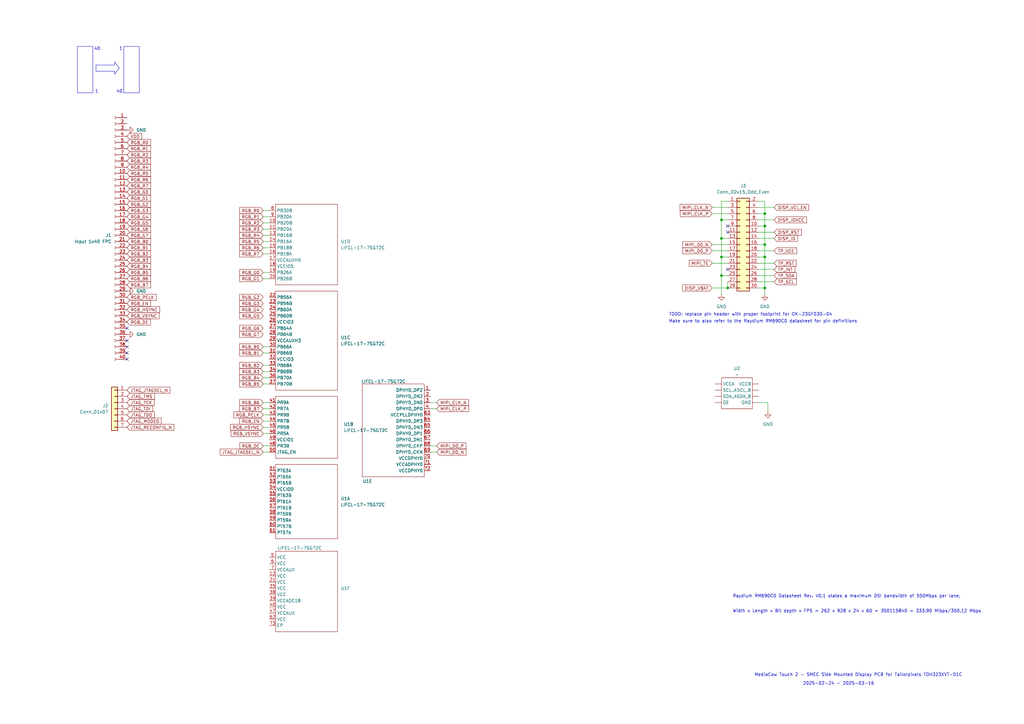
<source format=kicad_sch>
(kicad_sch (version 20231120) (generator "eeschema") (generator_version "8.0")
  (paper "A3")
  (lib_symbols
    (symbol "Connector:Conn_01x40_Socket" (pin_names (offset 1.016) hide)
      (property "Reference" "J" (at 0 50.8 0))
      (property "Value" "Conn_01x40_Socket" (at 0 -53.34 0))
      (symbol "Conn_01x40_Socket_1_1"
        (pin passive line (at -5.08 48.26 0) (length 3.81) (name "Pin_1") (number "1"))
        (pin passive line (at -5.08 25.4 0) (length 3.81) (name "Pin_10") (number "10"))
        (pin passive line (at -5.08 22.86 0) (length 3.81) (name "Pin_11") (number "11"))
        (pin passive line (at -5.08 20.32 0) (length 3.81) (name "Pin_12") (number "12"))
        (pin passive line (at -5.08 17.78 0) (length 3.81) (name "Pin_13") (number "13"))
        (pin passive line (at -5.08 15.24 0) (length 3.81) (name "Pin_14") (number "14"))
        (pin passive line (at -5.08 12.7 0) (length 3.81) (name "Pin_15") (number "15"))
        (pin passive line (at -5.08 10.16 0) (length 3.81) (name "Pin_16") (number "16"))
        (pin passive line (at -5.08 7.62 0) (length 3.81) (name "Pin_17") (number "17"))
        (pin passive line (at -5.08 5.08 0) (length 3.81) (name "Pin_18") (number "18"))
        (pin passive line (at -5.08 2.54 0) (length 3.81) (name "Pin_19") (number "19"))
        (pin passive line (at -5.08 45.72 0) (length 3.81) (name "Pin_2") (number "2"))
        (pin passive line (at -5.08 0 0) (length 3.81) (name "Pin_20") (number "20"))
        (pin passive line (at -5.08 -2.54 0) (length 3.81) (name "Pin_21") (number "21"))
        (pin passive line (at -5.08 -5.08 0) (length 3.81) (name "Pin_22") (number "22"))
        (pin passive line (at -5.08 -7.62 0) (length 3.81) (name "Pin_23") (number "23"))
        (pin passive line (at -5.08 -10.16 0) (length 3.81) (name "Pin_24") (number "24"))
        (pin passive line (at -5.08 -12.7 0) (length 3.81) (name "Pin_25") (number "25"))
        (pin passive line (at -5.08 -15.24 0) (length 3.81) (name "Pin_26") (number "26"))
        (pin passive line (at -5.08 -17.78 0) (length 3.81) (name "Pin_27") (number "27"))
        (pin passive line (at -5.08 -20.32 0) (length 3.81) (name "Pin_28") (number "28"))
        (pin passive line (at -5.08 -22.86 0) (length 3.81) (name "Pin_29") (number "29"))
        (pin passive line (at -5.08 43.18 0) (length 3.81) (name "Pin_3") (number "3"))
        (pin passive line (at -5.08 -25.4 0) (length 3.81) (name "Pin_30") (number "30"))
        (pin passive line (at -5.08 -27.94 0) (length 3.81) (name "Pin_31") (number "31"))
        (pin passive line (at -5.08 -30.48 0) (length 3.81) (name "Pin_32") (number "32"))
        (pin passive line (at -5.08 -33.02 0) (length 3.81) (name "Pin_33") (number "33"))
        (pin passive line (at -5.08 -35.56 0) (length 3.81) (name "Pin_34") (number "34"))
        (pin passive line (at -5.08 -38.1 0) (length 3.81) (name "Pin_35") (number "35"))
        (pin passive line (at -5.08 -40.64 0) (length 3.81) (name "Pin_36") (number "36"))
        (pin passive line (at -5.08 -43.18 0) (length 3.81) (name "Pin_37") (number "37"))
        (pin passive line (at -5.08 -45.72 0) (length 3.81) (name "Pin_38") (number "38"))
        (pin passive line (at -5.08 -48.26 0) (length 3.81) (name "Pin_39") (number "39"))
        (pin passive line (at -5.08 40.64 0) (length 3.81) (name "Pin_4") (number "4"))
        (pin passive line (at -5.08 -50.8 0) (length 3.81) (name "Pin_40") (number "40"))
        (pin passive line (at -5.08 38.1 0) (length 3.81) (name "Pin_5") (number "5"))
        (pin passive line (at -5.08 35.56 0) (length 3.81) (name "Pin_6") (number "6"))
        (pin passive line (at -5.08 33.02 0) (length 3.81) (name "Pin_7") (number "7"))
        (pin passive line (at -5.08 30.48 0) (length 3.81) (name "Pin_8") (number "8"))
        (pin passive line (at -5.08 27.94 0) (length 3.81) (name "Pin_9") (number "9"))
      )
    )
    (symbol "Connector_Generic:Conn_01x07" (pin_names (offset 1.016) hide)
      (property "Reference" "J" (at 0 10.16 0))
      (property "Value" "Conn_01x07" (at 0 -10.16 0))
      (symbol "Conn_01x07_1_1"
        (pin passive line (at -5.08 7.62 0) (length 3.81) (name "Pin_1") (number "1"))
        (pin passive line (at -5.08 5.08 0) (length 3.81) (name "Pin_2") (number "2"))
        (pin passive line (at -5.08 2.54 0) (length 3.81) (name "Pin_3") (number "3"))
        (pin passive line (at -5.08 0 0) (length 3.81) (name "Pin_4") (number "4"))
        (pin passive line (at -5.08 -2.54 0) (length 3.81) (name "Pin_5") (number "5"))
        (pin passive line (at -5.08 -5.08 0) (length 3.81) (name "Pin_6") (number "6"))
        (pin passive line (at -5.08 -7.62 0) (length 3.81) (name "Pin_7") (number "7"))
      )
    )
    (symbol "Connector_Generic:Conn_02x15_Odd_Even" (pin_names (offset 1.016) hide)
      (property "Reference" "J" (at 1.27 20.32 0))
      (property "Value" "Conn_02x15_Odd_Even" (at 1.27 -20.32 0))
      (symbol "Conn_02x15_Odd_Even_1_1"
        (pin passive line (at -5.08 17.78 0) (length 3.81) (name "Pin_1") (number "1"))
        (pin passive line (at 7.62 7.62 180) (length 3.81) (name "Pin_10") (number "10"))
        (pin passive line (at -5.08 5.08 0) (length 3.81) (name "Pin_11") (number "11"))
        (pin passive line (at 7.62 5.08 180) (length 3.81) (name "Pin_12") (number "12"))
        (pin passive line (at -5.08 2.54 0) (length 3.81) (name "Pin_13") (number "13"))
        (pin passive line (at 7.62 2.54 180) (length 3.81) (name "Pin_14") (number "14"))
        (pin passive line (at -5.08 0 0) (length 3.81) (name "Pin_15") (number "15"))
        (pin passive line (at 7.62 0 180) (length 3.81) (name "Pin_16") (number "16"))
        (pin passive line (at -5.08 -2.54 0) (length 3.81) (name "Pin_17") (number "17"))
        (pin passive line (at 7.62 -2.54 180) (length 3.81) (name "Pin_18") (number "18"))
        (pin passive line (at -5.08 -5.08 0) (length 3.81) (name "Pin_19") (number "19"))
        (pin passive line (at 7.62 17.78 180) (length 3.81) (name "Pin_2") (number "2"))
        (pin passive line (at 7.62 -5.08 180) (length 3.81) (name "Pin_20") (number "20"))
        (pin passive line (at -5.08 -7.62 0) (length 3.81) (name "Pin_21") (number "21"))
        (pin passive line (at 7.62 -7.62 180) (length 3.81) (name "Pin_22") (number "22"))
        (pin passive line (at -5.08 -10.16 0) (length 3.81) (name "Pin_23") (number "23"))
        (pin passive line (at 7.62 -10.16 180) (length 3.81) (name "Pin_24") (number "24"))
        (pin passive line (at -5.08 -12.7 0) (length 3.81) (name "Pin_25") (number "25"))
        (pin passive line (at 7.62 -12.7 180) (length 3.81) (name "Pin_26") (number "26"))
        (pin passive line (at -5.08 -15.24 0) (length 3.81) (name "Pin_27") (number "27"))
        (pin passive line (at 7.62 -15.24 180) (length 3.81) (name "Pin_28") (number "28"))
        (pin passive line (at -5.08 -17.78 0) (length 3.81) (name "Pin_29") (number "29"))
        (pin passive line (at -5.08 15.24 0) (length 3.81) (name "Pin_3") (number "3"))
        (pin passive line (at 7.62 -17.78 180) (length 3.81) (name "Pin_30") (number "30"))
        (pin passive line (at 7.62 15.24 180) (length 3.81) (name "Pin_4") (number "4"))
        (pin passive line (at -5.08 12.7 0) (length 3.81) (name "Pin_5") (number "5"))
        (pin passive line (at 7.62 12.7 180) (length 3.81) (name "Pin_6") (number "6"))
        (pin passive line (at -5.08 10.16 0) (length 3.81) (name "Pin_7") (number "7"))
        (pin passive line (at 7.62 10.16 180) (length 3.81) (name "Pin_8") (number "8"))
        (pin passive line (at -5.08 7.62 0) (length 3.81) (name "Pin_9") (number "9"))
      )
    )
    (symbol "LIFCL-17-7SG72C_1"
      (property "Reference" "U" (at 0 0 0))
      (property "Value" "LIFCL-17-7SG72C" (at -3.81 20.066 0))
      (symbol "LIFCL-17-7SG72C_1_1_0"
        (pin input line (at -15.24 12.7 0) (length 2.54) (name "PT63A") (number "51"))
        (pin input line (at -15.24 10.16 0) (length 2.54) (name "PT65A") (number "52"))
        (pin input line (at -15.24 7.62 0) (length 2.54) (name "PT65B") (number "53"))
        (pin input line (at -15.24 5.08 0) (length 2.54) (name "VCCIO0") (number "54"))
        (pin input line (at -15.24 2.54 0) (length 2.54) (name "PT63B") (number "55"))
        (pin input line (at -15.24 0 0) (length 2.54) (name "PT61A") (number "56"))
        (pin input line (at -15.24 -2.54 0) (length 2.54) (name "PT61B") (number "57"))
        (pin input line (at -15.24 -5.08 0) (length 2.54) (name "PT59B") (number "58"))
        (pin input line (at -15.24 -7.62 0) (length 2.54) (name "PT59A") (number "59"))
        (pin input line (at -15.24 -10.16 0) (length 2.54) (name "PT57B") (number "60"))
        (pin input line (at -15.24 -12.7 0) (length 2.54) (name "PT57A") (number "61"))
      )
      (symbol "LIFCL-17-7SG72C_1_2_0"
        (pin input line (at -15.24 10.16 0) (length 2.54) (name "PR9A") (number "41"))
        (pin input line (at -15.24 7.62 0) (length 2.54) (name "PR7A") (number "42"))
        (pin input line (at -15.24 5.08 0) (length 2.54) (name "PR9B") (number "43"))
        (pin input line (at -15.24 2.54 0) (length 2.54) (name "PR7B") (number "44"))
        (pin input line (at -15.24 0 0) (length 2.54) (name "PR5B") (number "45"))
        (pin input line (at -15.24 -2.54 0) (length 2.54) (name "PR5A") (number "46"))
        (pin input line (at -15.24 -7.62 0) (length 2.54) (name "PR3B") (number "48"))
        (pin input line (at -15.24 -5.08 0) (length 2.54) (name "VCCIO1") (number "49"))
        (pin input line (at -15.24 -10.16 0) (length 2.54) (name "JTAG_EN") (number "50"))
      )
      (symbol "LIFCL-17-7SG72C_1_3_0"
        (pin input line (at -15.24 17.78 0) (length 2.54) (name "PB56A") (number "22"))
        (pin input line (at -15.24 15.24 0) (length 2.54) (name "PB56B") (number "23"))
        (pin input line (at -15.24 12.7 0) (length 2.54) (name "PB60A") (number "24"))
        (pin input line (at -15.24 10.16 0) (length 2.54) (name "PB60B") (number "25"))
        (pin input line (at -15.24 7.62 0) (length 2.54) (name "VCCIO3") (number "26"))
        (pin input line (at -15.24 5.08 0) (length 2.54) (name "PB64A") (number "27"))
        (pin input line (at -15.24 2.54 0) (length 2.54) (name "PB64B") (number "28"))
        (pin input line (at -15.24 0 0) (length 2.54) (name "VCCAUXH3") (number "29"))
        (pin input line (at -15.24 -2.54 0) (length 2.54) (name "PB66A") (number "30"))
        (pin input line (at -15.24 -5.08 0) (length 2.54) (name "PB66B") (number "31"))
        (pin input line (at -15.24 -7.62 0) (length 2.54) (name "VCCIO3") (number "32"))
        (pin input line (at -15.24 -10.16 0) (length 2.54) (name "PB68A") (number "33"))
        (pin input line (at -15.24 -12.7 0) (length 2.54) (name "PB68B") (number "34"))
        (pin input line (at -15.24 -15.24 0) (length 2.54) (name "PB70A") (number "36"))
        (pin input line (at -15.24 -17.78 0) (length 2.54) (name "PB70B") (number "37"))
      )
      (symbol "LIFCL-17-7SG72C_1_4_0"
        (pin input line (at -15.24 -1.27 0) (length 2.54) (name "PB18B") (number "15"))
        (pin input line (at -15.24 -3.81 0) (length 2.54) (name "PB18A") (number "16"))
        (pin input line (at -15.24 -6.35 0) (length 2.54) (name "VCCAUXH5") (number "17"))
        (pin input line (at -15.24 -8.89 0) (length 2.54) (name "VCCIO5") (number "18"))
        (pin input line (at -15.24 -11.43 0) (length 2.54) (name "PB26A") (number "19"))
        (pin input line (at -15.24 -13.97 0) (length 2.54) (name "PB26B") (number "20"))
      )
      (symbol "LIFCL-17-7SG72C_1_4_1"
        (pin input line (at -15.24 8.89 0) (length 2.54) (name "PB20B") (number "10"))
        (pin input line (at -15.24 6.35 0) (length 2.54) (name "PB20A") (number "11"))
        (pin input line (at -15.24 3.81 0) (length 2.54) (name "PB16B") (number "13"))
        (pin input line (at -15.24 1.27 0) (length 2.54) (name "PB16A") (number "14"))
        (pin input line (at -15.24 13.97 0) (length 2.54) (name "PB30B") (number "8"))
        (pin input line (at -15.24 11.43 0) (length 2.54) (name "PB30A") (number "9"))
      )
      (symbol "LIFCL-17-7SG72C_1_5_0"
        (pin input line (at -15.24 6.35 0) (length 2.54) (name "VCCPLLDPHY0") (number "63"))
        (pin input line (at -15.24 3.81 0) (length 2.54) (name "DPHY0_DP3") (number "64"))
        (pin input line (at -15.24 1.27 0) (length 2.54) (name "DPHY0_DN3") (number "65"))
        (pin input line (at -15.24 -1.27 0) (length 2.54) (name "DPHY0_DP1") (number "66"))
        (pin input line (at -15.24 -3.81 0) (length 2.54) (name "DPHY0_DN1") (number "67"))
        (pin input line (at -15.24 -6.35 0) (length 2.54) (name "DPHY0_CKP") (number "68"))
        (pin input line (at -15.24 -8.89 0) (length 2.54) (name "DPHY0_CKN") (number "69"))
        (pin input line (at -15.24 -11.43 0) (length 2.54) (name "VCCDPHY0") (number "70"))
        (pin input line (at -15.24 -13.97 0) (length 2.54) (name "VCCADPHY0") (number "71"))
        (pin input line (at -15.24 -16.51 0) (length 2.54) (name "VCCDPHY0") (number "72"))
      )
      (symbol "LIFCL-17-7SG72C_1_5_1"
        (pin input line (at -15.24 16.51 0) (length 2.54) (name "DPHY0_DP2") (number "1"))
        (pin input line (at -15.24 13.97 0) (length 2.54) (name "DPHY0_DN2") (number "2"))
        (pin input line (at -15.24 11.43 0) (length 2.54) (name "DPHY0_DN0") (number "3"))
        (pin input line (at -15.24 8.89 0) (length 2.54) (name "DPHY0_DP0") (number "4"))
      )
      (symbol "LIFCL-17-7SG72C_1_6_0"
        (pin input line (at -15.24 3.81 0) (length 2.54) (name "VCC") (number "21"))
        (pin input line (at -15.24 1.27 0) (length 2.54) (name "VCC") (number "35"))
        (pin input line (at -15.24 -1.27 0) (length 2.54) (name "VCC") (number "38"))
        (pin input line (at -15.24 -3.81 0) (length 2.54) (name "VCCADC18") (number "39"))
        (pin input line (at -15.24 -6.35 0) (length 2.54) (name "VCC") (number "40"))
        (pin input line (at -15.24 -8.89 0) (length 2.54) (name "VCCAUX") (number "47"))
        (pin input line (at -15.24 -11.43 0) (length 2.54) (name "VCC") (number "62"))
      )
      (symbol "LIFCL-17-7SG72C_1_6_1"
        (pin input line (at -15.24 6.35 0) (length 2.54) (name "VCC") (number "12"))
        (pin input line (at -15.24 13.97 0) (length 2.54) (name "VCC") (number "5"))
        (pin input line (at -15.24 11.43 0) (length 2.54) (name "VCC") (number "6"))
        (pin input line (at -15.24 8.89 0) (length 2.54) (name "VCCAUX") (number "7"))
        (pin input line (at -15.24 -13.97 0) (length 2.54) (name "EP") (number "73"))
      )
    )
    (symbol "LIFCL-17-7SG72C_2"
      (property "Reference" "U" (at 0 0 0))
      (property "Value" "LIFCL-17-7SG72C" (at -3.81 20.066 0))
      (symbol "LIFCL-17-7SG72C_2_1_0"
        (pin input line (at -15.24 12.7 0) (length 2.54) (name "PT63A") (number "51"))
        (pin input line (at -15.24 10.16 0) (length 2.54) (name "PT65A") (number "52"))
        (pin input line (at -15.24 7.62 0) (length 2.54) (name "PT65B") (number "53"))
        (pin input line (at -15.24 5.08 0) (length 2.54) (name "VCCIO0") (number "54"))
        (pin input line (at -15.24 2.54 0) (length 2.54) (name "PT63B") (number "55"))
        (pin input line (at -15.24 0 0) (length 2.54) (name "PT61A") (number "56"))
        (pin input line (at -15.24 -2.54 0) (length 2.54) (name "PT61B") (number "57"))
        (pin input line (at -15.24 -5.08 0) (length 2.54) (name "PT59B") (number "58"))
        (pin input line (at -15.24 -7.62 0) (length 2.54) (name "PT59A") (number "59"))
        (pin input line (at -15.24 -10.16 0) (length 2.54) (name "PT57B") (number "60"))
        (pin input line (at -15.24 -12.7 0) (length 2.54) (name "PT57A") (number "61"))
      )
      (symbol "LIFCL-17-7SG72C_2_2_0"
        (pin input line (at -15.24 10.16 0) (length 2.54) (name "PR9A") (number "41"))
        (pin input line (at -15.24 7.62 0) (length 2.54) (name "PR7A") (number "42"))
        (pin input line (at -15.24 5.08 0) (length 2.54) (name "PR9B") (number "43"))
        (pin input line (at -15.24 2.54 0) (length 2.54) (name "PR7B") (number "44"))
        (pin input line (at -15.24 0 0) (length 2.54) (name "PR5B") (number "45"))
        (pin input line (at -15.24 -2.54 0) (length 2.54) (name "PR5A") (number "46"))
        (pin input line (at -15.24 -7.62 0) (length 2.54) (name "PR3B") (number "48"))
        (pin input line (at -15.24 -5.08 0) (length 2.54) (name "VCCIO1") (number "49"))
        (pin input line (at -15.24 -10.16 0) (length 2.54) (name "JTAG_EN") (number "50"))
      )
      (symbol "LIFCL-17-7SG72C_2_3_0"
        (pin input line (at -15.24 17.78 0) (length 2.54) (name "PB56A") (number "22"))
        (pin input line (at -15.24 15.24 0) (length 2.54) (name "PB56B") (number "23"))
        (pin input line (at -15.24 12.7 0) (length 2.54) (name "PB60A") (number "24"))
        (pin input line (at -15.24 10.16 0) (length 2.54) (name "PB60B") (number "25"))
        (pin input line (at -15.24 7.62 0) (length 2.54) (name "VCCIO3") (number "26"))
        (pin input line (at -15.24 5.08 0) (length 2.54) (name "PB64A") (number "27"))
        (pin input line (at -15.24 2.54 0) (length 2.54) (name "PB64B") (number "28"))
        (pin input line (at -15.24 0 0) (length 2.54) (name "VCCAUXH3") (number "29"))
        (pin input line (at -15.24 -2.54 0) (length 2.54) (name "PB66A") (number "30"))
        (pin input line (at -15.24 -5.08 0) (length 2.54) (name "PB66B") (number "31"))
        (pin input line (at -15.24 -7.62 0) (length 2.54) (name "VCCIO3") (number "32"))
        (pin input line (at -15.24 -10.16 0) (length 2.54) (name "PB68A") (number "33"))
        (pin input line (at -15.24 -12.7 0) (length 2.54) (name "PB68B") (number "34"))
        (pin input line (at -15.24 -15.24 0) (length 2.54) (name "PB70A") (number "36"))
        (pin input line (at -15.24 -17.78 0) (length 2.54) (name "PB70B") (number "37"))
      )
      (symbol "LIFCL-17-7SG72C_2_4_0"
        (pin input line (at -15.24 -1.27 0) (length 2.54) (name "PB18B") (number "15"))
        (pin input line (at -15.24 -3.81 0) (length 2.54) (name "PB18A") (number "16"))
        (pin input line (at -15.24 -6.35 0) (length 2.54) (name "VCCAUXH5") (number "17"))
        (pin input line (at -15.24 -8.89 0) (length 2.54) (name "VCCIO5") (number "18"))
        (pin input line (at -15.24 -11.43 0) (length 2.54) (name "PB26A") (number "19"))
        (pin input line (at -15.24 -13.97 0) (length 2.54) (name "PB26B") (number "20"))
      )
      (symbol "LIFCL-17-7SG72C_2_4_1"
        (pin input line (at -15.24 8.89 0) (length 2.54) (name "PB20B") (number "10"))
        (pin input line (at -15.24 6.35 0) (length 2.54) (name "PB20A") (number "11"))
        (pin input line (at -15.24 3.81 0) (length 2.54) (name "PB16B") (number "13"))
        (pin input line (at -15.24 1.27 0) (length 2.54) (name "PB16A") (number "14"))
        (pin input line (at -15.24 13.97 0) (length 2.54) (name "PB30B") (number "8"))
        (pin input line (at -15.24 11.43 0) (length 2.54) (name "PB30A") (number "9"))
      )
      (symbol "LIFCL-17-7SG72C_2_5_0"
        (pin input line (at -15.24 6.35 0) (length 2.54) (name "VCCPLLDPHY0") (number "63"))
        (pin input line (at -15.24 3.81 0) (length 2.54) (name "DPHY0_DP3") (number "64"))
        (pin input line (at -15.24 1.27 0) (length 2.54) (name "DPHY0_DN3") (number "65"))
        (pin input line (at -15.24 -1.27 0) (length 2.54) (name "DPHY0_DP1") (number "66"))
        (pin input line (at -15.24 -3.81 0) (length 2.54) (name "DPHY0_DN1") (number "67"))
        (pin input line (at -15.24 -6.35 0) (length 2.54) (name "DPHY0_CKP") (number "68"))
        (pin input line (at -15.24 -8.89 0) (length 2.54) (name "DPHY0_CKN") (number "69"))
        (pin input line (at -15.24 -11.43 0) (length 2.54) (name "VCCDPHY0") (number "70"))
        (pin input line (at -15.24 -13.97 0) (length 2.54) (name "VCCADPHY0") (number "71"))
        (pin input line (at -15.24 -16.51 0) (length 2.54) (name "VCCDPHY0") (number "72"))
      )
      (symbol "LIFCL-17-7SG72C_2_5_1"
        (pin input line (at -15.24 16.51 0) (length 2.54) (name "DPHY0_DP2") (number "1"))
        (pin input line (at -15.24 13.97 0) (length 2.54) (name "DPHY0_DN2") (number "2"))
        (pin input line (at -15.24 11.43 0) (length 2.54) (name "DPHY0_DN0") (number "3"))
        (pin input line (at -15.24 8.89 0) (length 2.54) (name "DPHY0_DP0") (number "4"))
      )
      (symbol "LIFCL-17-7SG72C_2_6_0"
        (pin input line (at -15.24 3.81 0) (length 2.54) (name "VCC") (number "21"))
        (pin input line (at -15.24 1.27 0) (length 2.54) (name "VCC") (number "35"))
        (pin input line (at -15.24 -1.27 0) (length 2.54) (name "VCC") (number "38"))
        (pin input line (at -15.24 -3.81 0) (length 2.54) (name "VCCADC18") (number "39"))
        (pin input line (at -15.24 -6.35 0) (length 2.54) (name "VCC") (number "40"))
        (pin input line (at -15.24 -8.89 0) (length 2.54) (name "VCCAUX") (number "47"))
        (pin input line (at -15.24 -11.43 0) (length 2.54) (name "VCC") (number "62"))
      )
      (symbol "LIFCL-17-7SG72C_2_6_1"
        (pin input line (at -15.24 6.35 0) (length 2.54) (name "VCC") (number "12"))
        (pin input line (at -15.24 13.97 0) (length 2.54) (name "VCC") (number "5"))
        (pin input line (at -15.24 11.43 0) (length 2.54) (name "VCC") (number "6"))
        (pin input line (at -15.24 8.89 0) (length 2.54) (name "VCCAUX") (number "7"))
        (pin input line (at -15.24 -13.97 0) (length 2.54) (name "EP") (number "73"))
      )
    )
    (symbol "mediacow:LIFCL-17-7SG72C"
      (property "Reference" "U" (at 0 0 0))
      (property "Value" "LIFCL-17-7SG72C" (at -3.81 20.066 0))
      (symbol "LIFCL-17-7SG72C_1_0"
        (pin input line (at -15.24 12.7 0) (length 2.54) (name "PT63A") (number "51"))
        (pin input line (at -15.24 10.16 0) (length 2.54) (name "PT65A") (number "52"))
        (pin input line (at -15.24 7.62 0) (length 2.54) (name "PT65B") (number "53"))
        (pin input line (at -15.24 5.08 0) (length 2.54) (name "VCCIO0") (number "54"))
        (pin input line (at -15.24 2.54 0) (length 2.54) (name "PT63B") (number "55"))
        (pin input line (at -15.24 0 0) (length 2.54) (name "PT61A") (number "56"))
        (pin input line (at -15.24 -2.54 0) (length 2.54) (name "PT61B") (number "57"))
        (pin input line (at -15.24 -5.08 0) (length 2.54) (name "PT59B") (number "58"))
        (pin input line (at -15.24 -7.62 0) (length 2.54) (name "PT59A") (number "59"))
        (pin input line (at -15.24 -10.16 0) (length 2.54) (name "PT57B") (number "60"))
        (pin input line (at -15.24 -12.7 0) (length 2.54) (name "PT57A") (number "61"))
      )
      (symbol "LIFCL-17-7SG72C_2_0"
        (pin input line (at -15.24 10.16 0) (length 2.54) (name "PR9A") (number "41"))
        (pin input line (at -15.24 7.62 0) (length 2.54) (name "PR7A") (number "42"))
        (pin input line (at -15.24 5.08 0) (length 2.54) (name "PR9B") (number "43"))
        (pin input line (at -15.24 2.54 0) (length 2.54) (name "PR7B") (number "44"))
        (pin input line (at -15.24 0 0) (length 2.54) (name "PR5B") (number "45"))
        (pin input line (at -15.24 -2.54 0) (length 2.54) (name "PR5A") (number "46"))
        (pin input line (at -15.24 -7.62 0) (length 2.54) (name "PR3B") (number "48"))
        (pin input line (at -15.24 -5.08 0) (length 2.54) (name "VCCIO1") (number "49"))
        (pin input line (at -15.24 -10.16 0) (length 2.54) (name "JTAG_EN") (number "50"))
      )
      (symbol "LIFCL-17-7SG72C_3_0"
        (pin input line (at -15.24 17.78 0) (length 2.54) (name "PB56A") (number "22"))
        (pin input line (at -15.24 15.24 0) (length 2.54) (name "PB56B") (number "23"))
        (pin input line (at -15.24 12.7 0) (length 2.54) (name "PB60A") (number "24"))
        (pin input line (at -15.24 10.16 0) (length 2.54) (name "PB60B") (number "25"))
        (pin input line (at -15.24 7.62 0) (length 2.54) (name "VCCIO3") (number "26"))
        (pin input line (at -15.24 5.08 0) (length 2.54) (name "PB64A") (number "27"))
        (pin input line (at -15.24 2.54 0) (length 2.54) (name "PB64B") (number "28"))
        (pin input line (at -15.24 0 0) (length 2.54) (name "VCCAUXH3") (number "29"))
        (pin input line (at -15.24 -2.54 0) (length 2.54) (name "PB66A") (number "30"))
        (pin input line (at -15.24 -5.08 0) (length 2.54) (name "PB66B") (number "31"))
        (pin input line (at -15.24 -7.62 0) (length 2.54) (name "VCCIO3") (number "32"))
        (pin input line (at -15.24 -10.16 0) (length 2.54) (name "PB68A") (number "33"))
        (pin input line (at -15.24 -12.7 0) (length 2.54) (name "PB68B") (number "34"))
        (pin input line (at -15.24 -15.24 0) (length 2.54) (name "PB70A") (number "36"))
        (pin input line (at -15.24 -17.78 0) (length 2.54) (name "PB70B") (number "37"))
      )
      (symbol "LIFCL-17-7SG72C_4_0"
        (pin input line (at -15.24 -1.27 0) (length 2.54) (name "PB18B") (number "15"))
        (pin input line (at -15.24 -3.81 0) (length 2.54) (name "PB18A") (number "16"))
        (pin input line (at -15.24 -6.35 0) (length 2.54) (name "VCCAUXH5") (number "17"))
        (pin input line (at -15.24 -8.89 0) (length 2.54) (name "VCCIO5") (number "18"))
        (pin input line (at -15.24 -11.43 0) (length 2.54) (name "PB26A") (number "19"))
        (pin input line (at -15.24 -13.97 0) (length 2.54) (name "PB26B") (number "20"))
      )
      (symbol "LIFCL-17-7SG72C_4_1"
        (pin input line (at -15.24 8.89 0) (length 2.54) (name "PB20B") (number "10"))
        (pin input line (at -15.24 6.35 0) (length 2.54) (name "PB20A") (number "11"))
        (pin input line (at -15.24 3.81 0) (length 2.54) (name "PB16B") (number "13"))
        (pin input line (at -15.24 1.27 0) (length 2.54) (name "PB16A") (number "14"))
        (pin input line (at -15.24 13.97 0) (length 2.54) (name "PB30B") (number "8"))
        (pin input line (at -15.24 11.43 0) (length 2.54) (name "PB30A") (number "9"))
      )
      (symbol "LIFCL-17-7SG72C_5_0"
        (pin input line (at -15.24 6.35 0) (length 2.54) (name "VCCPLLDPHY0") (number "63"))
        (pin input line (at -15.24 3.81 0) (length 2.54) (name "DPHY0_DP3") (number "64"))
        (pin input line (at -15.24 1.27 0) (length 2.54) (name "DPHY0_DN3") (number "65"))
        (pin input line (at -15.24 -1.27 0) (length 2.54) (name "DPHY0_DP1") (number "66"))
        (pin input line (at -15.24 -3.81 0) (length 2.54) (name "DPHY0_DN1") (number "67"))
        (pin input line (at -15.24 -6.35 0) (length 2.54) (name "DPHY0_CKP") (number "68"))
        (pin input line (at -15.24 -8.89 0) (length 2.54) (name "DPHY0_CKN") (number "69"))
        (pin input line (at -15.24 -11.43 0) (length 2.54) (name "VCCDPHY0") (number "70"))
        (pin input line (at -15.24 -13.97 0) (length 2.54) (name "VCCADPHY0") (number "71"))
        (pin input line (at -15.24 -16.51 0) (length 2.54) (name "VCCDPHY0") (number "72"))
      )
      (symbol "LIFCL-17-7SG72C_5_1"
        (pin input line (at -15.24 16.51 0) (length 2.54) (name "DPHY0_DP2") (number "1"))
        (pin input line (at -15.24 13.97 0) (length 2.54) (name "DPHY0_DN2") (number "2"))
        (pin input line (at -15.24 11.43 0) (length 2.54) (name "DPHY0_DN0") (number "3"))
        (pin input line (at -15.24 8.89 0) (length 2.54) (name "DPHY0_DP0") (number "4"))
      )
      (symbol "LIFCL-17-7SG72C_6_0"
        (pin input line (at -15.24 3.81 0) (length 2.54) (name "VCC") (number "21"))
        (pin input line (at -15.24 1.27 0) (length 2.54) (name "VCC") (number "35"))
        (pin input line (at -15.24 -1.27 0) (length 2.54) (name "VCC") (number "38"))
        (pin input line (at -15.24 -3.81 0) (length 2.54) (name "VCCADC18") (number "39"))
        (pin input line (at -15.24 -6.35 0) (length 2.54) (name "VCC") (number "40"))
        (pin input line (at -15.24 -8.89 0) (length 2.54) (name "VCCAUX") (number "47"))
        (pin input line (at -15.24 -11.43 0) (length 2.54) (name "VCC") (number "62"))
      )
      (symbol "LIFCL-17-7SG72C_6_1"
        (pin input line (at -15.24 6.35 0) (length 2.54) (name "VCC") (number "12"))
        (pin input line (at -15.24 13.97 0) (length 2.54) (name "VCC") (number "5"))
        (pin input line (at -15.24 11.43 0) (length 2.54) (name "VCC") (number "6"))
        (pin input line (at -15.24 8.89 0) (length 2.54) (name "VCCAUX") (number "7"))
        (pin input line (at -15.24 -13.97 0) (length 2.54) (name "EP") (number "73"))
      )
    )
    (symbol "mediacow:TCA9416"
      (property "Reference" "U" (at 0 0 0))
      (symbol "TCA9416_1_1"
        (pin input line (at 8.89 -3.81 180) (length 2.54) (name "GND") (number ""))
        (pin input line (at -8.89 -3.81 0) (length 2.54) (name "OE") (number ""))
        (pin input line (at -8.89 1.27 0) (length 2.54) (name "SCL_A") (number ""))
        (pin input line (at 8.89 1.27 180) (length 2.54) (name "SCL_B") (number ""))
        (pin input line (at -8.89 -1.27 0) (length 2.54) (name "SDA_A") (number ""))
        (pin input line (at 8.89 -1.27 180) (length 2.54) (name "SDA_B") (number ""))
        (pin input line (at -8.89 3.81 0) (length 2.54) (name "VCCA") (number ""))
        (pin input line (at 8.89 3.81 180) (length 2.54) (name "VCCB") (number ""))
      )
    )
    (symbol "power:GND" (power) (pin_numbers hide) (pin_names (offset 0) hide)
      (property "Value" "GND" (at 0 -3.81 0))
      (symbol "GND_1_1"
        (pin power_in line (at 0 0 270) (length 0) (name "~") (number "1"))
      )
    )
  )
  (junction (at 313.69 105.41))
  (junction (at 295.91 90.17))
  (junction (at 298.45 118.11))
  (junction (at 313.69 118.11))
  (junction (at 295.91 97.79))
  (junction (at 295.91 113.03))
  (junction (at 313.69 87.63))
  (junction (at 295.91 105.41))
  (junction (at 313.69 92.71))
  (junction (at 313.69 100.33))
  (no_connect (at 52.07 144.78))
  (no_connect (at 52.07 134.62))
  (no_connect (at 52.07 139.7))
  (no_connect (at 298.45 110.49))
  (no_connect (at 52.07 142.24))
  (no_connect (at 298.45 95.25))
  (no_connect (at 52.07 147.32))
  (no_connect (at 298.45 92.71))
  (wire (pts (xy 179.07 167.64) (xy 176.53 167.64)))
  (wire (pts (xy 107.95 157.48) (xy 110.49 157.48)))
  (polyline (pts (xy 48.895 27.94) (xy 46.99 30.48)))
  (wire (pts (xy 292.1 102.87) (xy 298.45 102.87)))
  (wire (pts (xy 107.95 165.1) (xy 110.49 165.1)))
  (wire (pts (xy 179.07 185.42) (xy 176.53 185.42)))
  (wire (pts (xy 314.96 165.1) (xy 311.15 165.1)))
  (wire (pts (xy 313.69 92.71) (xy 311.15 92.71)))
  (wire (pts (xy 107.95 101.6) (xy 110.49 101.6)))
  (wire (pts (xy 107.95 114.3) (xy 110.49 114.3)))
  (wire (pts (xy 311.15 118.11) (xy 313.69 118.11)))
  (wire (pts (xy 107.95 88.9) (xy 110.49 88.9)))
  (wire (pts (xy 107.95 175.26) (xy 110.49 175.26)))
  (wire (pts (xy 311.15 102.87) (xy 317.5 102.87)))
  (wire (pts (xy 311.15 82.55) (xy 313.69 82.55)))
  (wire (pts (xy 107.95 91.44) (xy 110.49 91.44)))
  (wire (pts (xy 107.95 142.24) (xy 110.49 142.24)))
  (wire (pts (xy 107.95 99.06) (xy 110.49 99.06)))
  (wire (pts (xy 298.45 113.03) (xy 295.91 113.03)))
  (wire (pts (xy 107.95 86.36) (xy 110.49 86.36)))
  (wire (pts (xy 107.95 154.94) (xy 110.49 154.94)))
  (wire (pts (xy 311.15 95.25) (xy 317.5 95.25)))
  (wire (pts (xy 313.69 105.41) (xy 313.69 118.11)))
  (wire (pts (xy 107.95 96.52) (xy 110.49 96.52)))
  (wire (pts (xy 313.69 100.33) (xy 313.69 92.71)))
  (wire (pts (xy 313.69 105.41) (xy 311.15 105.41)))
  (wire (pts (xy 311.15 110.49) (xy 317.5 110.49)))
  (wire (pts (xy 107.95 185.42) (xy 110.49 185.42)))
  (polyline (pts (xy 39.37 26.67) (xy 39.37 29.21)))
  (wire (pts (xy 292.1 107.95) (xy 298.45 107.95)))
  (wire (pts (xy 292.1 87.63) (xy 298.45 87.63)))
  (wire (pts (xy 107.95 149.86) (xy 110.49 149.86)))
  (wire (pts (xy 295.91 105.41) (xy 295.91 113.03)))
  (wire (pts (xy 292.1 100.33) (xy 298.45 100.33)))
  (wire (pts (xy 107.95 104.14) (xy 110.49 104.14)))
  (wire (pts (xy 313.69 118.11) (xy 313.69 120.65)))
  (wire (pts (xy 107.95 182.88) (xy 110.49 182.88)))
  (wire (pts (xy 107.95 177.8) (xy 110.49 177.8)))
  (polyline (pts (xy 46.99 26.67) (xy 46.99 25.4)))
  (wire (pts (xy 107.95 111.76) (xy 110.49 111.76)))
  (wire (pts (xy 311.15 107.95) (xy 317.5 107.95)))
  (wire (pts (xy 298.45 82.55) (xy 295.91 82.55)))
  (wire (pts (xy 313.69 82.55) (xy 313.69 87.63)))
  (wire (pts (xy 107.95 167.64) (xy 110.49 167.64)))
  (wire (pts (xy 314.96 168.91) (xy 314.96 165.1)))
  (wire (pts (xy 313.69 105.41) (xy 313.69 100.33)))
  (wire (pts (xy 313.69 100.33) (xy 311.15 100.33)))
  (wire (pts (xy 295.91 82.55) (xy 295.91 90.17)))
  (wire (pts (xy 179.07 165.1) (xy 176.53 165.1)))
  (wire (pts (xy 107.95 93.98) (xy 110.49 93.98)))
  (wire (pts (xy 107.95 172.72) (xy 110.49 172.72)))
  (polyline (pts (xy 46.99 25.4) (xy 48.895 27.94)))
  (wire (pts (xy 107.95 170.18) (xy 110.49 170.18)))
  (wire (pts (xy 107.95 144.78) (xy 110.49 144.78)))
  (wire (pts (xy 107.95 152.4) (xy 110.49 152.4)))
  (wire (pts (xy 313.69 87.63) (xy 313.69 92.71)))
  (wire (pts (xy 298.45 90.17) (xy 295.91 90.17)))
  (wire (pts (xy 317.5 85.09) (xy 311.15 85.09)))
  (wire (pts (xy 295.91 113.03) (xy 295.91 120.65)))
  (wire (pts (xy 295.91 105.41) (xy 295.91 97.79)))
  (wire (pts (xy 179.07 182.88) (xy 176.53 182.88)))
  (wire (pts (xy 317.5 90.17) (xy 311.15 90.17)))
  (wire (pts (xy 292.1 85.09) (xy 298.45 85.09)))
  (polyline (pts (xy 46.99 30.48) (xy 46.99 29.21)))
  (wire (pts (xy 311.15 97.79) (xy 317.5 97.79)))
  (wire (pts (xy 298.45 118.11) (xy 298.45 115.57)))
  (wire (pts (xy 298.45 105.41) (xy 295.91 105.41)))
  (wire (pts (xy 295.91 97.79) (xy 298.45 97.79)))
  (wire (pts (xy 311.15 115.57) (xy 317.5 115.57)))
  (polyline (pts (xy 39.37 26.67) (xy 46.99 26.67)))
  (polyline (pts (xy 46.99 29.21) (xy 39.37 29.21)))
  (wire (pts (xy 311.15 87.63) (xy 313.69 87.63)))
  (wire (pts (xy 292.1 118.11) (xy 298.45 118.11)))
  (wire (pts (xy 311.15 113.03) (xy 317.5 113.03)))
  (wire (pts (xy 295.91 90.17) (xy 295.91 97.79)))
  (rectangle (start 50.8 19.05) (end 57.15 38.1))
  (rectangle (start 31.75 19.05) (end 38.1 38.1))
  (text "1" (at 39.624 37.592 0) (effects (font (size 1.27 1.27))))
  (text "MediaCow Touch 2 - SMEC Side Mounted Display PCB for Tailorpixels TOH323XVT-01C" (at 352.044 276.86 0) (effects (font (size 1.27 1.27))))
  (text "40" (at 39.878 20.066 0) (effects (font (size 1.27 1.27))))
  (text "1" (at 49.53 20.066 0) (effects (font (size 1.27 1.27))))
  (text "TODO: replace pin header with proper footprint for OK-23GF030-04" (at 307.848 129.032 0) (effects (font (size 1.27 1.27))))
  (text "40" (at 49.022 37.592 0) (effects (font (size 1.27 1.27))))
  (text "Make sure to also refer to the Raydium RM690C0 datasheet for pin definitions" (at 312.928 131.826 0) (effects (font (size 1.27 1.27))))
  (text "2025-02-24 - 2025-03-16" (at 343.916 280.416 0) (effects (font (size 1.27 1.27))))
  (text "Raydium RM690C0 Datasheet Rev. V0.1 states a maximum DSI bandwidth of 550Mbps per lane.\n\n\nWidth x Length x Bit depth x FPS = 262 x 928 x 24 x 60 = 350115840 = 333.90 Mibps/350.12 Mbps" (at 300.482 247.65 0) (effects (font (size 1.27 1.27)) (justify left)))
  (global_label "RGB_G1" (shape input) (at 107.95 114.3 180) (property "Intersheetrefs" "${INTERSHEET_REFS}" (effects (hide yes))))
  (global_label "MIPI_D0_P" (shape input) (at 179.07 182.88 0) (property "Intersheetrefs" "${INTERSHEET_REFS}" (effects (hide yes))))
  (global_label "RGB_VSYNC" (shape input) (at 52.07 129.54 0) (property "Intersheetrefs" "${INTERSHEET_REFS}" (effects (hide yes))))
  (global_label "RGB_G2" (shape input) (at 52.07 83.82 0) (property "Intersheetrefs" "${INTERSHEET_REFS}" (effects (hide yes))))
  (global_label "RGB_R7" (shape input) (at 107.95 104.14 180) (property "Intersheetrefs" "${INTERSHEET_REFS}" (effects (hide yes))))
  (global_label "RGB_G5" (shape input) (at 107.95 129.54 180) (property "Intersheetrefs" "${INTERSHEET_REFS}" (effects (hide yes))))
  (global_label "RGB_B6" (shape input) (at 107.95 165.1 180) (property "Intersheetrefs" "${INTERSHEET_REFS}" (effects (hide yes))))
  (global_label "JTAG_TMS" (shape input) (at 52.07 162.56 0) (property "Intersheetrefs" "${INTERSHEET_REFS}" (effects (hide yes))))
  (global_label "MIPI_CLK_P" (shape input) (at 179.07 167.64 0) (property "Intersheetrefs" "${INTERSHEET_REFS}" (effects (hide yes))))
  (global_label "RGB_G0" (shape input) (at 52.07 78.74 0) (property "Intersheetrefs" "${INTERSHEET_REFS}" (effects (hide yes))))
  (global_label "DISP_IOVCC" (shape input) (at 317.5 90.17 0) (property "Intersheetrefs" "${INTERSHEET_REFS}" (effects (hide yes))))
  (global_label "RGB_B5" (shape input) (at 107.95 157.48 180) (property "Intersheetrefs" "${INTERSHEET_REFS}" (effects (hide yes))))
  (global_label "RGB_B7" (shape input) (at 52.07 116.84 0) (property "Intersheetrefs" "${INTERSHEET_REFS}" (effects (hide yes))))
  (global_label "MIPI_CLK_N" (shape input) (at 292.1 85.09 180) (property "Intersheetrefs" "${INTERSHEET_REFS}" (effects (hide yes))))
  (global_label "RGB_R6" (shape input) (at 107.95 101.6 180) (property "Intersheetrefs" "${INTERSHEET_REFS}" (effects (hide yes))))
  (global_label "RGB_B5" (shape input) (at 52.07 111.76 0) (property "Intersheetrefs" "${INTERSHEET_REFS}" (effects (hide yes))))
  (global_label "RGB_R7" (shape input) (at 52.07 76.2 0) (property "Intersheetrefs" "${INTERSHEET_REFS}" (effects (hide yes))))
  (global_label "TP_SDA" (shape input) (at 317.5 113.03 0) (property "Intersheetrefs" "${INTERSHEET_REFS}" (effects (hide yes))))
  (global_label "RGB_R1" (shape input) (at 107.95 88.9 180) (property "Intersheetrefs" "${INTERSHEET_REFS}" (effects (hide yes))))
  (global_label "RGB_HSYNC" (shape input) (at 52.07 127 0) (property "Intersheetrefs" "${INTERSHEET_REFS}" (effects (hide yes))))
  (global_label "DISP_VCI_EN" (shape input) (at 317.5 85.09 0) (property "Intersheetrefs" "${INTERSHEET_REFS}" (effects (hide yes))))
  (global_label "DISP_VBAT" (shape input) (at 292.1 118.11 180) (property "Intersheetrefs" "${INTERSHEET_REFS}" (effects (hide yes))))
  (global_label "RGB_R3" (shape input) (at 107.95 93.98 180) (property "Intersheetrefs" "${INTERSHEET_REFS}" (effects (hide yes))))
  (global_label "RGB_VSYNC" (shape input) (at 107.95 177.8 180) (property "Intersheetrefs" "${INTERSHEET_REFS}" (effects (hide yes))))
  (global_label "RGB_G7" (shape input) (at 107.95 137.16 180) (property "Intersheetrefs" "${INTERSHEET_REFS}" (effects (hide yes))))
  (global_label "RGB_G2" (shape input) (at 107.95 121.92 180) (property "Intersheetrefs" "${INTERSHEET_REFS}" (effects (hide yes))))
  (global_label "RGB_R0" (shape input) (at 107.95 86.36 180) (property "Intersheetrefs" "${INTERSHEET_REFS}" (effects (hide yes))))
  (global_label "RGB_G0" (shape input) (at 107.95 111.76 180) (property "Intersheetrefs" "${INTERSHEET_REFS}" (effects (hide yes))))
  (global_label "RGB_B0" (shape input) (at 107.95 142.24 180) (property "Intersheetrefs" "${INTERSHEET_REFS}" (effects (hide yes))))
  (global_label "RGB_R2" (shape input) (at 52.07 63.5 0) (property "Intersheetrefs" "${INTERSHEET_REFS}" (effects (hide yes))))
  (global_label "RGB_HSYNC" (shape input) (at 107.95 175.26 180) (property "Intersheetrefs" "${INTERSHEET_REFS}" (effects (hide yes))))
  (global_label "RGB_PCLK" (shape input) (at 52.07 121.92 0) (property "Intersheetrefs" "${INTERSHEET_REFS}" (effects (hide yes))))
  (global_label "JTAG_RECONFIG_N" (shape input) (at 52.07 175.26 0) (property "Intersheetrefs" "${INTERSHEET_REFS}" (effects (hide yes))))
  (global_label "RGB_R3" (shape input) (at 52.07 66.04 0) (property "Intersheetrefs" "${INTERSHEET_REFS}" (effects (hide yes))))
  (global_label "JTAG_MODE0" (shape input) (at 52.07 172.72 0) (property "Intersheetrefs" "${INTERSHEET_REFS}" (effects (hide yes))))
  (global_label "RGB_B1" (shape input) (at 107.95 144.78 180) (property "Intersheetrefs" "${INTERSHEET_REFS}" (effects (hide yes))))
  (global_label "RGB_B0" (shape input) (at 52.07 99.06 0) (property "Intersheetrefs" "${INTERSHEET_REFS}" (effects (hide yes))))
  (global_label "RGB_G6" (shape input) (at 107.95 134.62 180) (property "Intersheetrefs" "${INTERSHEET_REFS}" (effects (hide yes))))
  (global_label "MIPI_CLK_P" (shape input) (at 292.1 87.63 180) (property "Intersheetrefs" "${INTERSHEET_REFS}" (effects (hide yes))))
  (global_label "RGB_G6" (shape input) (at 52.07 93.98 0) (property "Intersheetrefs" "${INTERSHEET_REFS}" (effects (hide yes))))
  (global_label "RGB_G5" (shape input) (at 52.07 91.44 0) (property "Intersheetrefs" "${INTERSHEET_REFS}" (effects (hide yes))))
  (global_label "JTAG_TDI" (shape input) (at 52.07 167.64 0) (property "Intersheetrefs" "${INTERSHEET_REFS}" (effects (hide yes))))
  (global_label "RGB_R4" (shape input) (at 52.07 68.58 0) (property "Intersheetrefs" "${INTERSHEET_REFS}" (effects (hide yes))))
  (global_label "RGB_G4" (shape input) (at 107.95 127 180) (property "Intersheetrefs" "${INTERSHEET_REFS}" (effects (hide yes))))
  (global_label "RGB_R0" (shape input) (at 52.07 58.42 0) (property "Intersheetrefs" "${INTERSHEET_REFS}" (effects (hide yes))))
  (global_label "MIPI_D0_P" (shape input) (at 292.1 102.87 180) (property "Intersheetrefs" "${INTERSHEET_REFS}" (effects (hide yes))))
  (global_label "JTAG_TDO" (shape input) (at 52.07 170.18 0) (property "Intersheetrefs" "${INTERSHEET_REFS}" (effects (hide yes))))
  (global_label "RGB_G7" (shape input) (at 52.07 96.52 0) (property "Intersheetrefs" "${INTERSHEET_REFS}" (effects (hide yes))))
  (global_label "RGB_EN" (shape input) (at 107.95 172.72 180) (property "Intersheetrefs" "${INTERSHEET_REFS}" (effects (hide yes))))
  (global_label "MIPI_TE" (shape input) (at 292.1 107.95 180) (property "Intersheetrefs" "${INTERSHEET_REFS}" (effects (hide yes))))
  (global_label "JTAG_JTAGSEL_N" (shape input) (at 107.95 185.42 180) (property "Intersheetrefs" "${INTERSHEET_REFS}" (effects (hide yes))))
  (global_label "RGB_R4" (shape input) (at 107.95 96.52 180) (property "Intersheetrefs" "${INTERSHEET_REFS}" (effects (hide yes))))
  (global_label "RGB_PCLK" (shape input) (at 107.95 170.18 180) (property "Intersheetrefs" "${INTERSHEET_REFS}" (effects (hide yes))))
  (global_label "VDD" (shape input) (at 52.07 55.88 0) (property "Intersheetrefs" "${INTERSHEET_REFS}" (effects (hide yes))))
  (global_label "RGB_B1" (shape input) (at 52.07 101.6 0) (property "Intersheetrefs" "${INTERSHEET_REFS}" (effects (hide yes))))
  (global_label "RGB_B4" (shape input) (at 107.95 154.94 180) (property "Intersheetrefs" "${INTERSHEET_REFS}" (effects (hide yes))))
  (global_label "RGB_R5" (shape input) (at 107.95 99.06 180) (property "Intersheetrefs" "${INTERSHEET_REFS}" (effects (hide yes))))
  (global_label "RGB_B3" (shape input) (at 107.95 152.4 180) (property "Intersheetrefs" "${INTERSHEET_REFS}" (effects (hide yes))))
  (global_label "RGB_B2" (shape input) (at 52.07 104.14 0) (property "Intersheetrefs" "${INTERSHEET_REFS}" (effects (hide yes))))
  (global_label "RGB_B3" (shape input) (at 52.07 106.68 0) (property "Intersheetrefs" "${INTERSHEET_REFS}" (effects (hide yes))))
  (global_label "RGB_B2" (shape input) (at 107.95 149.86 180) (property "Intersheetrefs" "${INTERSHEET_REFS}" (effects (hide yes))))
  (global_label "RGB_DE" (shape input) (at 52.07 132.08 0) (property "Intersheetrefs" "${INTERSHEET_REFS}" (effects (hide yes))))
  (global_label "RGB_R6" (shape input) (at 52.07 73.66 0) (property "Intersheetrefs" "${INTERSHEET_REFS}" (effects (hide yes))))
  (global_label "DISP_RST" (shape input) (at 317.5 95.25 0) (property "Intersheetrefs" "${INTERSHEET_REFS}" (effects (hide yes))))
  (global_label "RGB_G3" (shape input) (at 52.07 86.36 0) (property "Intersheetrefs" "${INTERSHEET_REFS}" (effects (hide yes))))
  (global_label "MIPI_D0_N" (shape input) (at 292.1 100.33 180) (property "Intersheetrefs" "${INTERSHEET_REFS}" (effects (hide yes))))
  (global_label "RGB_R5" (shape input) (at 52.07 71.12 0) (property "Intersheetrefs" "${INTERSHEET_REFS}" (effects (hide yes))))
  (global_label "MIPI_D0_N" (shape input) (at 179.07 185.42 0) (property "Intersheetrefs" "${INTERSHEET_REFS}" (effects (hide yes))))
  (global_label "DISP_ID" (shape input) (at 317.5 97.79 0) (property "Intersheetrefs" "${INTERSHEET_REFS}" (effects (hide yes))))
  (global_label "TP_VCC" (shape input) (at 317.5 102.87 0) (property "Intersheetrefs" "${INTERSHEET_REFS}" (effects (hide yes))))
  (global_label "RGB_R2" (shape input) (at 107.95 91.44 180) (property "Intersheetrefs" "${INTERSHEET_REFS}" (effects (hide yes))))
  (global_label "MIPI_CLK_N" (shape input) (at 179.07 165.1 0) (property "Intersheetrefs" "${INTERSHEET_REFS}" (effects (hide yes))))
  (global_label "JTAG_JTAGSEL_N" (shape input) (at 52.07 160.02 0) (property "Intersheetrefs" "${INTERSHEET_REFS}" (effects (hide yes))))
  (global_label "RGB_EN" (shape input) (at 52.07 124.46 0) (property "Intersheetrefs" "${INTERSHEET_REFS}" (effects (hide yes))))
  (global_label "RGB_DE" (shape input) (at 107.95 182.88 180) (property "Intersheetrefs" "${INTERSHEET_REFS}" (effects (hide yes))))
  (global_label "TP_INT" (shape input) (at 317.5 110.49 0) (property "Intersheetrefs" "${INTERSHEET_REFS}" (effects (hide yes))))
  (global_label "RGB_B4" (shape input) (at 52.07 109.22 0) (property "Intersheetrefs" "${INTERSHEET_REFS}" (effects (hide yes))))
  (global_label "RGB_R1" (shape input) (at 52.07 60.96 0) (property "Intersheetrefs" "${INTERSHEET_REFS}" (effects (hide yes))))
  (global_label "RGB_G4" (shape input) (at 52.07 88.9 0) (property "Intersheetrefs" "${INTERSHEET_REFS}" (effects (hide yes))))
  (global_label "RGB_G1" (shape input) (at 52.07 81.28 0) (property "Intersheetrefs" "${INTERSHEET_REFS}" (effects (hide yes))))
  (global_label "JTAG_TCK" (shape input) (at 52.07 165.1 0) (property "Intersheetrefs" "${INTERSHEET_REFS}" (effects (hide yes))))
  (global_label "RGB_B6" (shape input) (at 52.07 114.3 0) (property "Intersheetrefs" "${INTERSHEET_REFS}" (effects (hide yes))))
  (global_label "TP_RST" (shape input) (at 317.5 107.95 0) (property "Intersheetrefs" "${INTERSHEET_REFS}" (effects (hide yes))))
  (global_label "TP_SCL" (shape input) (at 317.5 115.57 0) (property "Intersheetrefs" "${INTERSHEET_REFS}" (effects (hide yes))))
  (global_label "RGB_B7" (shape input) (at 107.95 167.64 180) (property "Intersheetrefs" "${INTERSHEET_REFS}" (effects (hide yes))))
  (global_label "RGB_G3" (shape input) (at 107.95 124.46 180) (property "Intersheetrefs" "${INTERSHEET_REFS}" (effects (hide yes))))
  (symbol (lib_id "Connector_Generic:Conn_02x15_Odd_Even") (at 303.53 100.33 0) (unit 1)
    (property "Reference" "J3" (at 304.8 76.2 0))
    (property "Value" "Conn_02x15_Odd_Even" (at 304.8 78.74 0))
    (property "Footprint" "Connector_PinHeader_2.54mm:PinHeader_2x10_P2.54mm_Vertical_SMD" (effects (hide yes)))
    (property "Description" "Generic connector, double row, 02x15, odd/even pin numbering scheme (row 1 odd numbers, row 2 even numbers), script generated (kicad-library-utils/schlib/autogen/connector/)" (effects (hide yes)))
  )
  (symbol (lib_id "mediacow:LIFCL-17-7SG72C") (at 161.29 176.53 0) (mirror y) (unit 5)
    (property "Reference" "U1" (at 152.654 197.358 0) (effects (justify left)))
    (property "Value" "LIFCL-17-7SG72C" (at 166.37 156.464 0) (effects (justify left)))
    (property "Footprint" "Package_DFN_QFN:QFN-72-1EP_10x10mm_P0.5mm_EP6x6mm_ThermalVias" (effects (hide yes)))
  )
  (symbol (lib_id "mediacow:LIFCL-17-7SG72C") (at 125.73 242.57 0) (unit 6)
    (property "Reference" "U1" (at 139.7 241.2999 0) (effects (justify left)))
    (property "Value" "LIFCL-17-7SG72C" (at 113.792 224.79 0) (effects (justify left)))
    (property "Footprint" "Package_DFN_QFN:QFN-72-1EP_10x10mm_P0.5mm_EP6x6mm_ThermalVias" (effects (hide yes)))
  )
  (symbol (lib_id "mediacow:LIFCL-17-7SG72C") (at 125.73 139.7 0) (unit 3)
    (property "Reference" "U1" (at 139.7 138.4299 0) (effects (justify left)))
    (property "Value" "LIFCL-17-7SG72C" (at 139.7 140.9699 0) (effects (justify left)))
    (property "Footprint" "Package_DFN_QFN:QFN-72-1EP_10x10mm_P0.5mm_EP6x6mm_ThermalVias" (effects (hide yes)))
  )
  (symbol (lib_id "power:GND") (at 52.07 137.16 90) (unit 1)
    (property "Reference" "#PWR02" (effects (hide yes)))
    (property "Value" "GND" (at 55.88 137.1599 90) (effects (justify right)))
    (property "Description" "Power symbol creates a global label with name \"GND\" , ground" (effects (hide yes)))
  )
  (symbol (lib_id "power:GND") (at 52.07 53.34 90) (unit 1)
    (property "Reference" "#PWR03" (effects (hide yes)))
    (property "Value" "GND" (at 55.88 53.3399 90) (effects (justify right)))
    (property "Description" "Power symbol creates a global label with name \"GND\" , ground" (effects (hide yes)))
  )
  (symbol (lib_id "power:GND") (at 52.07 119.38 90) (unit 1)
    (property "Reference" "#PWR01" (effects (hide yes)))
    (property "Value" "GND" (at 55.88 119.3799 90) (effects (justify right)))
    (property "Description" "Power symbol creates a global label with name \"GND\" , ground" (effects (hide yes)))
  )
  (symbol (lib_name "LIFCL-17-7SG72C_2") (lib_id "mediacow:LIFCL-17-7SG72C") (at 125.73 175.26 0) (unit 2)
    (property "Reference" "U1" (at 140.97 173.9899 0) (effects (justify left)))
    (property "Value" "LIFCL-17-7SG72C" (at 140.97 176.5299 0) (effects (justify left)))
    (property "Footprint" "Package_DFN_QFN:QFN-72-1EP_10x10mm_P0.5mm_EP6x6mm_ThermalVias" (effects (hide yes)))
  )
  (symbol (lib_id "Connector:Conn_01x40_Socket") (at 46.99 96.52 0) (mirror y) (unit 1)
    (property "Reference" "J1" (at 45.72 96.5199 0) (effects (justify left)))
    (property "Value" "Input 1x40 FPC" (at 45.72 99.0599 0) (effects (justify left)))
    (property "Footprint" "Connector_FFC-FPC:TE_4-1734839-0_1x40-1MP_P0.5mm_Horizontal" (effects (hide yes)))
    (property "Description" "Generic connector, single row, 01x40, script generated" (effects (hide yes)))
  )
  (symbol (lib_id "mediacow:TCA9416") (at 302.26 161.29 0) (unit 1)
    (property "Reference" "U2" (at 302.26 151.13 0))
    (property "Value" "~" (at 302.26 153.67 0))
    (property "Footprint" "Package_TO_SOT_SMD:SOT-23-8" (effects (hide yes)))
  )
  (symbol (lib_id "power:GND") (at 295.91 120.65 0) (unit 1)
    (property "Reference" "#PWR04" (effects (hide yes)))
    (property "Value" "GND" (at 295.91 125.73 0))
    (property "Description" "Power symbol creates a global label with name \"GND\" , ground" (effects (hide yes)))
  )
  (symbol (lib_id "power:GND") (at 313.69 120.65 0) (unit 1)
    (property "Reference" "#PWR05" (effects (hide yes)))
    (property "Value" "GND" (at 313.69 125.73 0))
    (property "Description" "Power symbol creates a global label with name \"GND\" , ground" (effects (hide yes)))
  )
  (symbol (lib_id "Connector_Generic:Conn_01x07") (at 46.99 167.64 0) (mirror y) (unit 1)
    (property "Reference" "J2" (at 44.45 166.3699 0) (effects (justify left)))
    (property "Value" "Conn_01x07" (at 44.45 168.9099 0) (effects (justify left)))
    (property "Footprint" "Connector_PinHeader_2.54mm:PinHeader_1x07_P2.54mm_Vertical_SMD_Pin1Left" (effects (hide yes)))
    (property "Description" "Generic connector, single row, 01x07, script generated (kicad-library-utils/schlib/autogen/connector/)" (effects (hide yes)))
  )
  (symbol (lib_name "LIFCL-17-7SG72C_1") (lib_id "mediacow:LIFCL-17-7SG72C") (at 125.73 205.74 0) (unit 1)
    (property "Reference" "U1" (at 139.7 204.4699 0) (effects (justify left)))
    (property "Value" "LIFCL-17-7SG72C" (at 139.7 207.0099 0) (effects (justify left)))
    (property "Footprint" "Package_DFN_QFN:QFN-72-1EP_10x10mm_P0.5mm_EP6x6mm_ThermalVias" (effects (hide yes)))
  )
  (symbol (lib_id "power:GND") (at 314.96 168.91 0) (unit 1)
    (property "Reference" "#PWR07" (effects (hide yes)))
    (property "Value" "GND" (at 314.96 173.99 0))
    (property "Description" "Power symbol creates a global label with name \"GND\" , ground" (effects (hide yes)))
  )
  (symbol (lib_id "mediacow:LIFCL-17-7SG72C") (at 125.73 100.33 0) (unit 4)
    (property "Reference" "U1" (at 139.7 99.0599 0) (effects (justify left)))
    (property "Value" "LIFCL-17-7SG72C" (at 139.7 101.5999 0) (effects (justify left)))
    (property "Footprint" "Package_DFN_QFN:QFN-72-1EP_10x10mm_P0.5mm_EP6x6mm_ThermalVias" (effects (hide yes)))
  )
)
</source>
